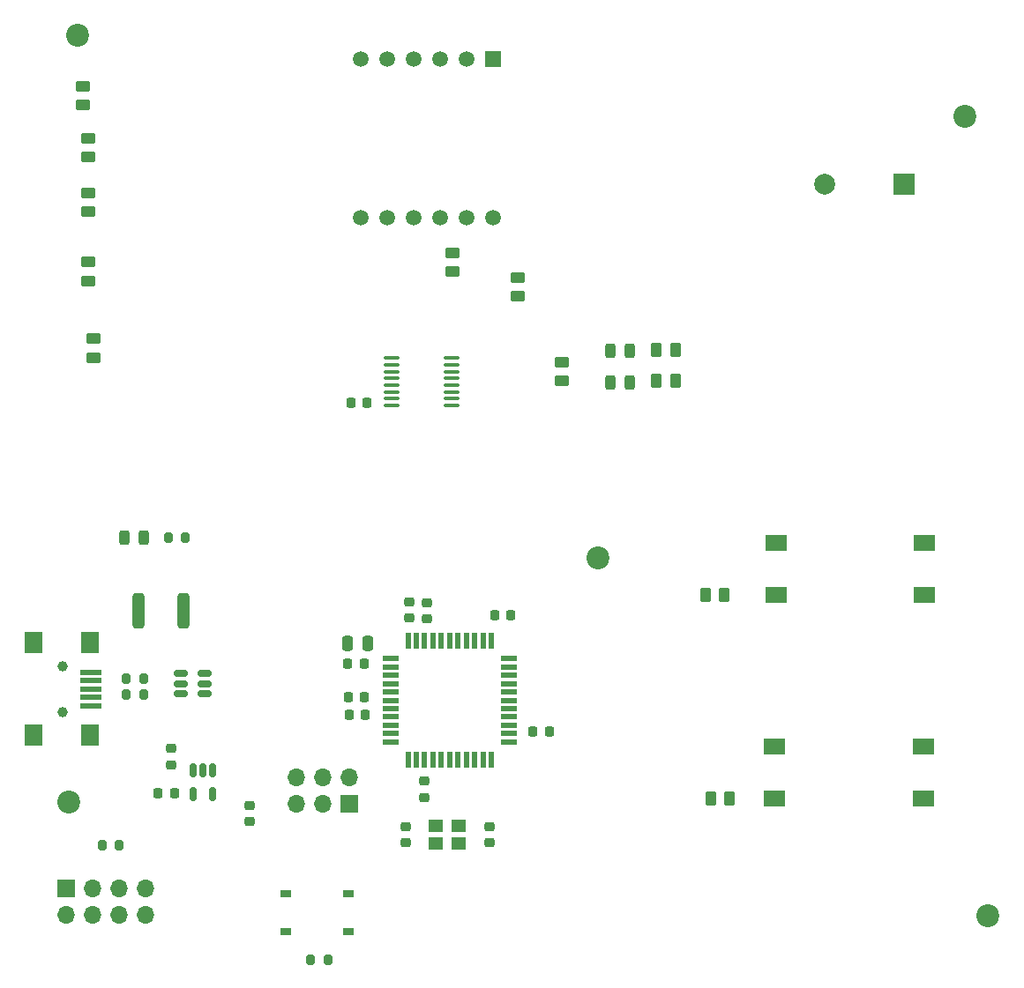
<source format=gbr>
%TF.GenerationSoftware,KiCad,Pcbnew,(7.0.0)*%
%TF.CreationDate,2023-04-24T10:14:55-06:00*%
%TF.ProjectId,Phase_B_ATMEGA_v3,50686173-655f-4425-9f41-544d4547415f,rev?*%
%TF.SameCoordinates,Original*%
%TF.FileFunction,Soldermask,Top*%
%TF.FilePolarity,Negative*%
%FSLAX46Y46*%
G04 Gerber Fmt 4.6, Leading zero omitted, Abs format (unit mm)*
G04 Created by KiCad (PCBNEW (7.0.0)) date 2023-04-24 10:14:55*
%MOMM*%
%LPD*%
G01*
G04 APERTURE LIST*
G04 Aperture macros list*
%AMRoundRect*
0 Rectangle with rounded corners*
0 $1 Rounding radius*
0 $2 $3 $4 $5 $6 $7 $8 $9 X,Y pos of 4 corners*
0 Add a 4 corners polygon primitive as box body*
4,1,4,$2,$3,$4,$5,$6,$7,$8,$9,$2,$3,0*
0 Add four circle primitives for the rounded corners*
1,1,$1+$1,$2,$3*
1,1,$1+$1,$4,$5*
1,1,$1+$1,$6,$7*
1,1,$1+$1,$8,$9*
0 Add four rect primitives between the rounded corners*
20,1,$1+$1,$2,$3,$4,$5,0*
20,1,$1+$1,$4,$5,$6,$7,0*
20,1,$1+$1,$6,$7,$8,$9,0*
20,1,$1+$1,$8,$9,$2,$3,0*%
G04 Aperture macros list end*
%ADD10C,2.200000*%
%ADD11R,2.000000X2.000000*%
%ADD12C,2.000000*%
%ADD13RoundRect,0.200000X-0.200000X-0.275000X0.200000X-0.275000X0.200000X0.275000X-0.200000X0.275000X0*%
%ADD14RoundRect,0.200000X0.200000X0.275000X-0.200000X0.275000X-0.200000X-0.275000X0.200000X-0.275000X0*%
%ADD15RoundRect,0.243750X-0.243750X-0.456250X0.243750X-0.456250X0.243750X0.456250X-0.243750X0.456250X0*%
%ADD16RoundRect,0.250000X0.450000X-0.262500X0.450000X0.262500X-0.450000X0.262500X-0.450000X-0.262500X0*%
%ADD17RoundRect,0.225000X0.250000X-0.225000X0.250000X0.225000X-0.250000X0.225000X-0.250000X-0.225000X0*%
%ADD18RoundRect,0.250000X0.262500X0.450000X-0.262500X0.450000X-0.262500X-0.450000X0.262500X-0.450000X0*%
%ADD19R,2.000000X1.500000*%
%ADD20RoundRect,0.250000X0.250000X0.475000X-0.250000X0.475000X-0.250000X-0.475000X0.250000X-0.475000X0*%
%ADD21R,1.500000X0.550000*%
%ADD22R,0.550000X1.500000*%
%ADD23RoundRect,0.225000X-0.225000X-0.250000X0.225000X-0.250000X0.225000X0.250000X-0.225000X0.250000X0*%
%ADD24RoundRect,0.225000X0.225000X0.250000X-0.225000X0.250000X-0.225000X-0.250000X0.225000X-0.250000X0*%
%ADD25RoundRect,0.100000X0.637500X0.100000X-0.637500X0.100000X-0.637500X-0.100000X0.637500X-0.100000X0*%
%ADD26R,1.700000X1.700000*%
%ADD27O,1.700000X1.700000*%
%ADD28RoundRect,0.250000X-0.312500X-1.450000X0.312500X-1.450000X0.312500X1.450000X-0.312500X1.450000X0*%
%ADD29RoundRect,0.225000X-0.250000X0.225000X-0.250000X-0.225000X0.250000X-0.225000X0.250000X0.225000X0*%
%ADD30R,1.500000X1.500000*%
%ADD31C,1.500000*%
%ADD32R,1.400000X1.200000*%
%ADD33RoundRect,0.150000X-0.512500X-0.150000X0.512500X-0.150000X0.512500X0.150000X-0.512500X0.150000X0*%
%ADD34RoundRect,0.150000X-0.150000X0.512500X-0.150000X-0.512500X0.150000X-0.512500X0.150000X0.512500X0*%
%ADD35C,1.000000*%
%ADD36R,2.000000X0.500000*%
%ADD37R,1.700000X2.000000*%
%ADD38R,1.000000X0.700000*%
G04 APERTURE END LIST*
D10*
%TO.C,H4*%
X103100000Y-125900000D03*
%TD*%
%TO.C,H4*%
X191400000Y-136800000D03*
%TD*%
D11*
%TO.C,LS1*%
X183299999Y-66499999D03*
D12*
X175700000Y-66500000D03*
%TD*%
D10*
%TO.C,H5*%
X153900000Y-102400000D03*
%TD*%
D13*
%TO.C,R14*%
X108675000Y-115500000D03*
X110325000Y-115500000D03*
%TD*%
D14*
%TO.C,R13*%
X128000000Y-141000000D03*
X126350000Y-141000000D03*
%TD*%
D15*
%TO.C,D3*%
X108500000Y-100500000D03*
X110375000Y-100500000D03*
%TD*%
D16*
%TO.C,R12*%
X105000000Y-69162500D03*
X105000000Y-67337500D03*
%TD*%
D15*
%TO.C,D1*%
X155125000Y-82500000D03*
X157000000Y-82500000D03*
%TD*%
D17*
%TO.C,C2*%
X143500000Y-129775000D03*
X143500000Y-128225000D03*
%TD*%
%TO.C,C10*%
X135800000Y-108195000D03*
X135800000Y-106645000D03*
%TD*%
%TO.C,C12*%
X137500000Y-108275000D03*
X137500000Y-106725000D03*
%TD*%
D18*
%TO.C,R4*%
X161385000Y-85405000D03*
X159560000Y-85405000D03*
%TD*%
D19*
%TO.C,S2*%
X185149999Y-125499999D03*
X170849999Y-125499999D03*
X185149999Y-120499999D03*
X170849999Y-120499999D03*
%TD*%
D14*
%TO.C,R16*%
X114325000Y-100500000D03*
X112675000Y-100500000D03*
%TD*%
D16*
%TO.C,R7*%
X105000000Y-63912500D03*
X105000000Y-62087500D03*
%TD*%
D20*
%TO.C,C8*%
X131800000Y-110600000D03*
X129900000Y-110600000D03*
%TD*%
D21*
%TO.C,U3*%
X133999999Y-112099999D03*
X133999999Y-112899999D03*
X133999999Y-113699999D03*
X133999999Y-114499999D03*
X133999999Y-115299999D03*
X133999999Y-116099999D03*
X133999999Y-116899999D03*
X133999999Y-117699999D03*
X133999999Y-118499999D03*
X133999999Y-119299999D03*
X133999999Y-120099999D03*
D22*
X135699999Y-121799999D03*
X136499999Y-121799999D03*
X137299999Y-121799999D03*
X138099999Y-121799999D03*
X138899999Y-121799999D03*
X139699999Y-121799999D03*
X140499999Y-121799999D03*
X141299999Y-121799999D03*
X142099999Y-121799999D03*
X142899999Y-121799999D03*
X143699999Y-121799999D03*
D21*
X145399999Y-120099999D03*
X145399999Y-119299999D03*
X145399999Y-118499999D03*
X145399999Y-117699999D03*
X145399999Y-116899999D03*
X145399999Y-116099999D03*
X145399999Y-115299999D03*
X145399999Y-114499999D03*
X145399999Y-113699999D03*
X145399999Y-112899999D03*
X145399999Y-112099999D03*
D22*
X143699999Y-110399999D03*
X142899999Y-110399999D03*
X142099999Y-110399999D03*
X141299999Y-110399999D03*
X140499999Y-110399999D03*
X139699999Y-110399999D03*
X138899999Y-110399999D03*
X138099999Y-110399999D03*
X137299999Y-110399999D03*
X136499999Y-110399999D03*
X135699999Y-110399999D03*
%TD*%
D19*
%TO.C,S1*%
X185299999Y-105999999D03*
X170999999Y-105999999D03*
X185299999Y-100999999D03*
X170999999Y-100999999D03*
%TD*%
D23*
%TO.C,C11*%
X144025000Y-107920000D03*
X145575000Y-107920000D03*
%TD*%
D24*
%TO.C,C5*%
X131475000Y-112600000D03*
X129925000Y-112600000D03*
%TD*%
D25*
%TO.C,U2*%
X139862500Y-87775000D03*
X139862500Y-87125000D03*
X139862500Y-86475000D03*
X139862500Y-85825000D03*
X139862500Y-85175000D03*
X139862500Y-84525000D03*
X139862500Y-83875000D03*
X139862500Y-83225000D03*
X134137500Y-83225000D03*
X134137500Y-83875000D03*
X134137500Y-84525000D03*
X134137500Y-85175000D03*
X134137500Y-85825000D03*
X134137500Y-86475000D03*
X134137500Y-87125000D03*
X134137500Y-87775000D03*
%TD*%
D26*
%TO.C,J3*%
X102919999Y-134209999D03*
D27*
X102919999Y-136749999D03*
X105459999Y-134209999D03*
X105459999Y-136749999D03*
X107999999Y-134209999D03*
X107999999Y-136749999D03*
X110539999Y-134209999D03*
X110539999Y-136749999D03*
%TD*%
D17*
%TO.C,C3*%
X135500000Y-129775000D03*
X135500000Y-128225000D03*
%TD*%
D23*
%TO.C,C7*%
X147700000Y-119100000D03*
X149250000Y-119100000D03*
%TD*%
D28*
%TO.C,F1*%
X109862500Y-107500000D03*
X114137500Y-107500000D03*
%TD*%
D26*
%TO.C,J1*%
X130039999Y-126039999D03*
D27*
X130039999Y-123499999D03*
X127499999Y-126039999D03*
X127499999Y-123499999D03*
X124959999Y-126039999D03*
X124959999Y-123499999D03*
%TD*%
D29*
%TO.C,C14*%
X120500000Y-126225000D03*
X120500000Y-127775000D03*
%TD*%
D30*
%TO.C,U1*%
X143849999Y-54522499D03*
D31*
X141310000Y-54522500D03*
X138770000Y-54522500D03*
X136230000Y-54522500D03*
X133690000Y-54522500D03*
X131150000Y-54522500D03*
X131150000Y-69762500D03*
X133690000Y-69762500D03*
X136230000Y-69762500D03*
X138770000Y-69762500D03*
X141310000Y-69762500D03*
X143850000Y-69762500D03*
%TD*%
D15*
%TO.C,D2*%
X155125000Y-85540000D03*
X157000000Y-85540000D03*
%TD*%
D32*
%TO.C,Y1*%
X140599999Y-128149999D03*
X138399999Y-128149999D03*
X138399999Y-129849999D03*
X140599999Y-129849999D03*
%TD*%
D13*
%TO.C,R15*%
X108675000Y-114000000D03*
X110325000Y-114000000D03*
%TD*%
D16*
%TO.C,R5*%
X146200000Y-77312500D03*
X146200000Y-75487500D03*
%TD*%
D33*
%TO.C,U4*%
X113862500Y-113550000D03*
X113862500Y-114500000D03*
X113862500Y-115450000D03*
X116137500Y-115450000D03*
X116137500Y-114500000D03*
X116137500Y-113550000D03*
%TD*%
D24*
%TO.C,C1*%
X131775000Y-87500000D03*
X130225000Y-87500000D03*
%TD*%
%TO.C,C15*%
X113275000Y-125000000D03*
X111725000Y-125000000D03*
%TD*%
D16*
%TO.C,R8*%
X105000000Y-75825000D03*
X105000000Y-74000000D03*
%TD*%
D18*
%TO.C,R1*%
X166062500Y-106000000D03*
X164237500Y-106000000D03*
%TD*%
D17*
%TO.C,C13*%
X113000000Y-122275000D03*
X113000000Y-120725000D03*
%TD*%
D18*
%TO.C,R3*%
X161385000Y-82455000D03*
X159560000Y-82455000D03*
%TD*%
D34*
%TO.C,U5*%
X116950000Y-122862500D03*
X116000000Y-122862500D03*
X115050000Y-122862500D03*
X115050000Y-125137500D03*
X116950000Y-125137500D03*
%TD*%
D16*
%TO.C,R11*%
X104500000Y-58912500D03*
X104500000Y-57087500D03*
%TD*%
D10*
%TO.C,H2*%
X189200000Y-60000000D03*
%TD*%
D24*
%TO.C,C9*%
X131543330Y-115795791D03*
X129993330Y-115795791D03*
%TD*%
D16*
%TO.C,R10*%
X140000000Y-74912500D03*
X140000000Y-73087500D03*
%TD*%
D35*
%TO.C,J2*%
X102575000Y-112800000D03*
X102575000Y-117200000D03*
D36*
X105274999Y-113399999D03*
X105274999Y-114199999D03*
X105274999Y-114999999D03*
X105274999Y-115799999D03*
X105274999Y-116599999D03*
D37*
X105174999Y-110549999D03*
X99724999Y-110549999D03*
X105174999Y-119449999D03*
X99724999Y-119449999D03*
%TD*%
D16*
%TO.C,R6*%
X150500000Y-85412500D03*
X150500000Y-83587500D03*
%TD*%
D14*
%TO.C,R17*%
X108000000Y-130000000D03*
X106350000Y-130000000D03*
%TD*%
D38*
%TO.C,S3*%
X123999999Y-134649999D03*
X129999999Y-134649999D03*
X123999999Y-138349999D03*
X129999999Y-138349999D03*
%TD*%
D24*
%TO.C,C6*%
X131575000Y-117500000D03*
X130025000Y-117500000D03*
%TD*%
D29*
%TO.C,C4*%
X137300000Y-123870000D03*
X137300000Y-125420000D03*
%TD*%
D18*
%TO.C,R2*%
X166562500Y-125500000D03*
X164737500Y-125500000D03*
%TD*%
D16*
%TO.C,R9*%
X105500000Y-83162500D03*
X105500000Y-81337500D03*
%TD*%
D10*
%TO.C,H1*%
X104000000Y-52200000D03*
%TD*%
M02*

</source>
